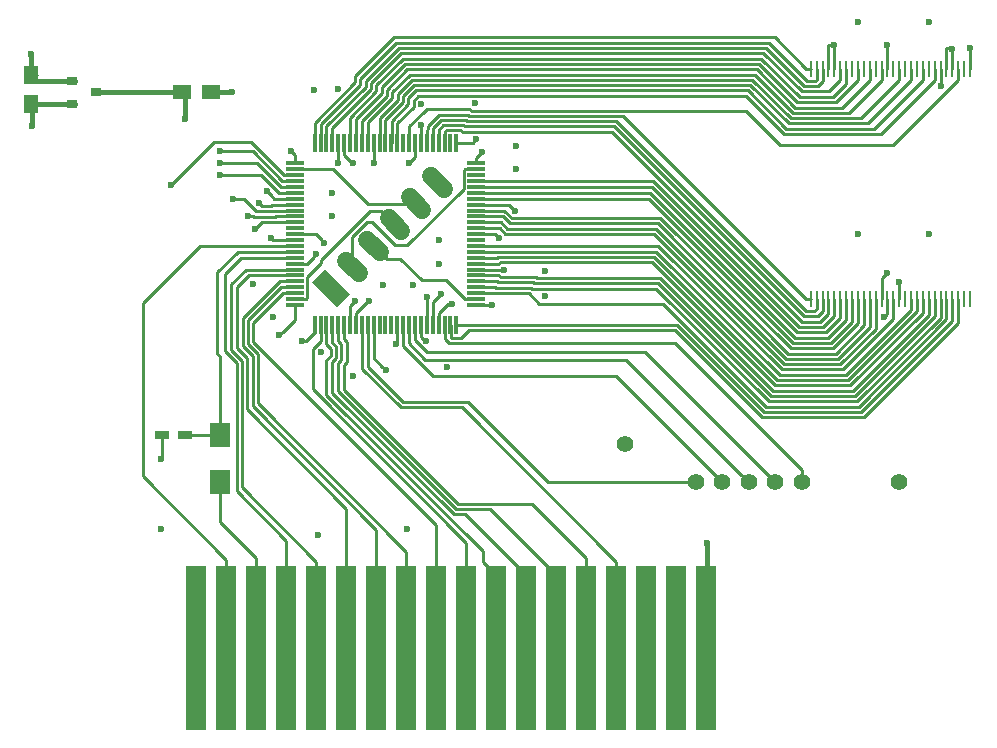
<source format=gtl>
G04 #@! TF.FileFunction,Copper,L1,Top,Signal*
%FSLAX46Y46*%
G04 Gerber Fmt 4.6, Leading zero omitted, Abs format (unit mm)*
G04 Created by KiCad (PCBNEW 4.0.7) date 02/05/19 23:34:14*
%MOMM*%
%LPD*%
G01*
G04 APERTURE LIST*
%ADD10C,0.100000*%
%ADD11C,1.400000*%
%ADD12R,0.269240X1.391920*%
%ADD13R,0.271780X1.391920*%
%ADD14R,1.200000X0.750000*%
%ADD15R,1.250000X1.500000*%
%ADD16R,1.500000X1.250000*%
%ADD17R,1.780000X14.000000*%
%ADD18C,1.510000*%
%ADD19R,1.700000X2.000000*%
%ADD20R,1.500000X0.300000*%
%ADD21R,0.300000X1.500000*%
%ADD22R,0.900000X0.800000*%
%ADD23C,0.600000*%
%ADD24C,0.400000*%
%ADD25C,0.250000*%
G04 APERTURE END LIST*
D10*
D11*
X180500000Y-114000000D03*
X157250000Y-110750000D03*
D12*
X173004080Y-79000000D03*
X173004080Y-98486880D03*
X173504460Y-79000000D03*
X173504460Y-98486880D03*
X174004840Y-79000000D03*
X174004840Y-98486880D03*
D13*
X174505220Y-79000000D03*
X174505220Y-98486880D03*
X175005600Y-79000000D03*
X175005600Y-98486880D03*
D12*
X175503440Y-79000000D03*
X175503440Y-98486880D03*
X176003820Y-79000000D03*
X176003820Y-98486880D03*
X176504200Y-79000000D03*
X176504200Y-98486880D03*
X177004580Y-79000000D03*
X177004580Y-98486880D03*
X177504960Y-79000000D03*
X177504960Y-98486880D03*
D13*
X178005340Y-79000000D03*
X178005340Y-98486880D03*
X178505720Y-79000000D03*
X178505720Y-98486880D03*
D12*
X179003560Y-79000000D03*
X179003560Y-98486880D03*
X179503940Y-79000000D03*
X179503940Y-98486880D03*
X180001780Y-79000000D03*
X180001780Y-98486880D03*
X180502160Y-79000000D03*
X180502160Y-98486880D03*
D13*
X181000000Y-79000000D03*
X181000000Y-98486880D03*
X181500380Y-79000000D03*
X181500380Y-98486880D03*
D12*
X182000760Y-79000000D03*
X182000760Y-98486880D03*
X182501140Y-79000000D03*
X182501140Y-98486880D03*
X183001520Y-79000000D03*
X183001520Y-98486880D03*
X183501900Y-79000000D03*
X183501900Y-98486880D03*
X184002280Y-79000000D03*
X184002280Y-98486880D03*
D13*
X184500120Y-79000000D03*
X184500120Y-98486880D03*
X185000500Y-79000000D03*
X185000500Y-98486880D03*
D12*
X185500880Y-79000000D03*
X185500880Y-98486880D03*
X186001260Y-79000000D03*
X186001260Y-98486880D03*
X186501640Y-79000000D03*
X186501640Y-98486880D03*
D14*
X120000000Y-110000000D03*
X118100000Y-110000000D03*
D15*
X107000000Y-82000000D03*
X107000000Y-79500000D03*
D16*
X119750000Y-81000000D03*
X122250000Y-81000000D03*
D17*
X164180000Y-128000000D03*
X161640000Y-128000000D03*
X159100000Y-128000000D03*
X156560000Y-128000000D03*
X154020000Y-128000000D03*
X151480000Y-128000000D03*
X148940000Y-128000000D03*
X146400000Y-128000000D03*
X143860000Y-128000000D03*
X141320000Y-128000000D03*
X138780000Y-128000000D03*
X136240000Y-128000000D03*
X133700000Y-128000000D03*
X131160000Y-128000000D03*
X128620000Y-128000000D03*
X126080000Y-128000000D03*
X123540000Y-128000000D03*
X121000000Y-128000000D03*
D10*
G36*
X132938228Y-99190163D02*
X130809837Y-97061772D01*
X131877568Y-95994041D01*
X134005959Y-98122432D01*
X132938228Y-99190163D01*
X132938228Y-99190163D01*
G37*
D18*
X133673619Y-95265721D02*
X134734279Y-96326381D01*
X135469670Y-93469670D02*
X136530330Y-94530330D01*
X137265722Y-91673618D02*
X138326382Y-92734278D01*
X139061773Y-89877567D02*
X140122433Y-90938227D01*
X140857824Y-88081516D02*
X141918484Y-89142176D01*
D19*
X123000000Y-114000000D03*
X123000000Y-110000000D03*
D20*
X129300000Y-87000000D03*
X129300000Y-87500000D03*
X129300000Y-88000000D03*
X129300000Y-88500000D03*
X129300000Y-89000000D03*
X129300000Y-89500000D03*
X129300000Y-90000000D03*
X129300000Y-90500000D03*
X129300000Y-91000000D03*
X129300000Y-91500000D03*
X129300000Y-92000000D03*
X129300000Y-92500000D03*
X129300000Y-93000000D03*
X129300000Y-93500000D03*
X129300000Y-94000000D03*
X129300000Y-94500000D03*
X129300000Y-95000000D03*
X129300000Y-95500000D03*
X129300000Y-96000000D03*
X129300000Y-96500000D03*
X129300000Y-97000000D03*
X129300000Y-97500000D03*
X129300000Y-98000000D03*
X129300000Y-98500000D03*
X129300000Y-99000000D03*
D21*
X131000000Y-100700000D03*
X131500000Y-100700000D03*
X132000000Y-100700000D03*
X132500000Y-100700000D03*
X133000000Y-100700000D03*
X133500000Y-100700000D03*
X134000000Y-100700000D03*
X134500000Y-100700000D03*
X135000000Y-100700000D03*
X135500000Y-100700000D03*
X136000000Y-100700000D03*
X136500000Y-100700000D03*
X137000000Y-100700000D03*
X137500000Y-100700000D03*
X138000000Y-100700000D03*
X138500000Y-100700000D03*
X139000000Y-100700000D03*
X139500000Y-100700000D03*
X140000000Y-100700000D03*
X140500000Y-100700000D03*
X141000000Y-100700000D03*
X141500000Y-100700000D03*
X142000000Y-100700000D03*
X142500000Y-100700000D03*
X143000000Y-100700000D03*
D20*
X144700000Y-99000000D03*
X144700000Y-98500000D03*
X144700000Y-98000000D03*
X144700000Y-97500000D03*
X144700000Y-97000000D03*
X144700000Y-96500000D03*
X144700000Y-96000000D03*
X144700000Y-95500000D03*
X144700000Y-95000000D03*
X144700000Y-94500000D03*
X144700000Y-94000000D03*
X144700000Y-93500000D03*
X144700000Y-93000000D03*
X144700000Y-92500000D03*
X144700000Y-92000000D03*
X144700000Y-91500000D03*
X144700000Y-91000000D03*
X144700000Y-90500000D03*
X144700000Y-90000000D03*
X144700000Y-89500000D03*
X144700000Y-89000000D03*
X144700000Y-88500000D03*
X144700000Y-88000000D03*
X144700000Y-87500000D03*
X144700000Y-87000000D03*
D21*
X143000000Y-85300000D03*
X142500000Y-85300000D03*
X142000000Y-85300000D03*
X141500000Y-85300000D03*
X141000000Y-85300000D03*
X140500000Y-85300000D03*
X140000000Y-85300000D03*
X139500000Y-85300000D03*
X139000000Y-85300000D03*
X138500000Y-85300000D03*
X138000000Y-85300000D03*
X137500000Y-85300000D03*
X137000000Y-85300000D03*
X136500000Y-85300000D03*
X136000000Y-85300000D03*
X135500000Y-85300000D03*
X135000000Y-85300000D03*
X134500000Y-85300000D03*
X134000000Y-85300000D03*
X133500000Y-85300000D03*
X133000000Y-85300000D03*
X132500000Y-85300000D03*
X132000000Y-85300000D03*
X131500000Y-85300000D03*
X131000000Y-85300000D03*
D11*
X165500000Y-114000000D03*
X167750000Y-114000000D03*
X170000000Y-114000000D03*
X172250000Y-114000000D03*
X163250000Y-114000000D03*
D22*
X110500000Y-80050000D03*
X110500000Y-81950000D03*
X112500000Y-81000000D03*
D23*
X107031664Y-83816910D03*
X127500000Y-100000000D03*
X131500000Y-103000000D03*
X150500000Y-96099967D03*
X140000000Y-82000000D03*
X128003118Y-101554848D03*
X137874990Y-102289841D03*
X131818934Y-93739173D03*
X135610695Y-98676201D03*
X140542554Y-98335716D03*
X130934292Y-80795340D03*
X136752953Y-97346987D03*
X145163471Y-86059885D03*
X134221457Y-87006163D03*
X148021424Y-85567846D03*
X136000000Y-87000000D03*
X139000000Y-87000000D03*
X146647113Y-93365248D03*
X132500000Y-91500000D03*
X141500000Y-93500000D03*
X177000000Y-93000000D03*
X186504710Y-77250361D03*
X179496256Y-77014121D03*
X183000000Y-75000000D03*
X184984203Y-77283804D03*
X106999406Y-77720173D03*
X125750000Y-97250000D03*
X134250000Y-105000000D03*
X142250000Y-104250000D03*
X150500000Y-98250000D03*
X144549124Y-81911278D03*
X133013069Y-80684095D03*
X129941947Y-102058049D03*
X139344452Y-97266439D03*
X141730825Y-98031133D03*
X131154388Y-94723500D03*
X134449950Y-98645248D03*
X126977540Y-89377295D03*
X144674017Y-84961333D03*
X139975553Y-83778773D03*
X148033637Y-87473014D03*
X164248305Y-119141288D03*
X133000000Y-87000000D03*
X148000000Y-91000000D03*
X147000000Y-96000000D03*
X146000000Y-99000000D03*
X129000000Y-86000000D03*
X132500000Y-89500000D03*
X141500000Y-95500000D03*
X118000000Y-112000000D03*
X118000000Y-118000000D03*
X180506838Y-97044952D03*
X175000000Y-77000000D03*
X177000000Y-75000000D03*
X183000000Y-93000000D03*
X124000000Y-81000000D03*
X120000000Y-83250000D03*
X127283939Y-93334940D03*
X125916453Y-92603865D03*
X125396021Y-91468777D03*
X124075021Y-90000000D03*
X126300962Y-90389056D03*
X123000000Y-88000000D03*
X123000000Y-87000000D03*
X123000000Y-86000000D03*
X118836032Y-88856032D03*
X179500000Y-96250000D03*
X184000000Y-80500000D03*
X138802906Y-118003653D03*
X140396325Y-102012426D03*
X137038711Y-104540107D03*
X131250000Y-118500000D03*
X179250000Y-100000000D03*
X142614179Y-98901302D03*
D24*
X107031664Y-83816910D02*
X107031664Y-82031664D01*
D25*
X107031664Y-82031664D02*
X107000000Y-82000000D01*
D24*
X110750000Y-81950000D02*
X107050000Y-81950000D01*
D25*
X107050000Y-81950000D02*
X107000000Y-82000000D01*
X129300000Y-99000000D02*
X129300000Y-100257966D01*
X129300000Y-100257966D02*
X128303117Y-101254849D01*
X128303117Y-101254849D02*
X128003118Y-101554848D01*
X138000000Y-102164831D02*
X137874990Y-102289841D01*
X138000000Y-100700000D02*
X138000000Y-102164831D01*
X131518935Y-93439174D02*
X131818934Y-93739173D01*
X131079761Y-93000000D02*
X131518935Y-93439174D01*
X129300000Y-93000000D02*
X131079761Y-93000000D01*
X135523799Y-98676201D02*
X135610695Y-98676201D01*
X134500000Y-100700000D02*
X134500000Y-99700000D01*
X134500000Y-99700000D02*
X135523799Y-98676201D01*
X140500000Y-100700000D02*
X140500000Y-98378270D01*
X140500000Y-98378270D02*
X140542554Y-98335716D01*
X144863472Y-86359884D02*
X145163471Y-86059885D01*
X144700000Y-87000000D02*
X144700000Y-86523356D01*
X144700000Y-86523356D02*
X144863472Y-86359884D01*
X134206163Y-87006163D02*
X134221457Y-87006163D01*
X133500000Y-86300000D02*
X134206163Y-87006163D01*
X133500000Y-85300000D02*
X133500000Y-86300000D01*
X136000000Y-85300000D02*
X136000000Y-87000000D01*
X139500000Y-85300000D02*
X139500000Y-86500000D01*
X139500000Y-86500000D02*
X139000000Y-87000000D01*
X144700000Y-93000000D02*
X146281865Y-93000000D01*
X146281865Y-93000000D02*
X146647113Y-93365248D01*
X186501640Y-77253431D02*
X186504710Y-77250361D01*
X186501640Y-79000000D02*
X186501640Y-77253431D01*
X179503940Y-77021805D02*
X179496256Y-77014121D01*
X179503940Y-79000000D02*
X179503940Y-77021805D01*
D24*
X107000000Y-82000000D02*
X107000000Y-82125000D01*
D25*
X107270000Y-82270000D02*
X107000000Y-82000000D01*
D24*
X141388154Y-88611846D02*
X141388154Y-89357394D01*
X141388154Y-88611846D02*
X140863808Y-88611846D01*
X141388154Y-88611846D02*
X140826941Y-88611846D01*
D25*
X184500120Y-79000000D02*
X184500120Y-77250120D01*
X184500120Y-77250120D02*
X184500357Y-77249883D01*
X184500357Y-77249883D02*
X184950282Y-77249883D01*
X184950282Y-77249883D02*
X184984203Y-77283804D01*
X185000500Y-79000000D02*
X185000500Y-77300101D01*
X185000500Y-77300101D02*
X184984203Y-77283804D01*
D24*
X106999406Y-77720173D02*
X106999406Y-79499406D01*
D25*
X106999406Y-79499406D02*
X107000000Y-79500000D01*
D24*
X107273598Y-79155649D02*
X107354243Y-79075004D01*
X110750000Y-80050000D02*
X107550000Y-80050000D01*
D25*
X107550000Y-80050000D02*
X107000000Y-79500000D01*
D24*
X122250000Y-81000000D02*
X124000000Y-81000000D01*
D25*
X130241951Y-102058049D02*
X129941947Y-102058049D01*
X131000000Y-101300000D02*
X130241951Y-102058049D01*
X131000000Y-100700000D02*
X131000000Y-101300000D01*
X174500000Y-77000000D02*
X174505220Y-77005220D01*
X174505220Y-77005220D02*
X174505220Y-79000000D01*
X175000000Y-77000000D02*
X174500000Y-77000000D01*
X141430826Y-98331132D02*
X141730825Y-98031133D01*
X141000000Y-98761958D02*
X141430826Y-98331132D01*
X141000000Y-100700000D02*
X141000000Y-98761958D01*
X130854389Y-95023499D02*
X131154388Y-94723500D01*
X130377888Y-95500000D02*
X130854389Y-95023499D01*
X129300000Y-95500000D02*
X130377888Y-95500000D01*
X134149951Y-98945247D02*
X134449950Y-98645248D01*
X134000000Y-99095198D02*
X134149951Y-98945247D01*
X134000000Y-100700000D02*
X134000000Y-99095198D01*
X127277539Y-89677294D02*
X126977540Y-89377295D01*
X129300000Y-90000000D02*
X127600245Y-90000000D01*
X127600245Y-90000000D02*
X127277539Y-89677294D01*
X144335350Y-85300000D02*
X144374018Y-85261332D01*
X144374018Y-85261332D02*
X144674017Y-84961333D01*
X143000000Y-85300000D02*
X144335350Y-85300000D01*
X140000000Y-83803220D02*
X139975553Y-83778773D01*
X140000000Y-85300000D02*
X140000000Y-83803220D01*
D24*
X164248305Y-119141288D02*
X164248305Y-127931695D01*
D25*
X164248305Y-127931695D02*
X164180000Y-128000000D01*
X133000000Y-85300000D02*
X133000000Y-87000000D01*
X147500000Y-90500000D02*
X148000000Y-91000000D01*
X144700000Y-90500000D02*
X147500000Y-90500000D01*
X144700000Y-96000000D02*
X147000000Y-96000000D01*
X144700000Y-99000000D02*
X146000000Y-99000000D01*
X129300000Y-87000000D02*
X129300000Y-86300000D01*
X129300000Y-86300000D02*
X129000000Y-86000000D01*
X118100000Y-110000000D02*
X118100000Y-111900000D01*
X118100000Y-111900000D02*
X118000000Y-112000000D01*
X180502160Y-97049630D02*
X180506838Y-97044952D01*
X180502160Y-98486880D02*
X180502160Y-97049630D01*
X175005600Y-79000000D02*
X175005600Y-77005600D01*
X175005600Y-77005600D02*
X175000000Y-77000000D01*
X107000000Y-79500000D02*
X107500000Y-79500000D01*
X107230000Y-79730000D02*
X107000000Y-79500000D01*
X123000000Y-110000000D02*
X123000000Y-103334859D01*
X123000000Y-103334859D02*
X122773139Y-103107998D01*
X122773139Y-96220465D02*
X124493604Y-94500000D01*
X122773139Y-103107998D02*
X122773139Y-96220465D01*
X124493604Y-94500000D02*
X128300000Y-94500000D01*
X128300000Y-94500000D02*
X129300000Y-94500000D01*
X123000000Y-110000000D02*
X120000000Y-110000000D01*
D24*
X119750000Y-81000000D02*
X112750000Y-81000000D01*
X120000000Y-83250000D02*
X120000000Y-81250000D01*
D25*
X120000000Y-81250000D02*
X119750000Y-81000000D01*
X127448999Y-93500000D02*
X127283939Y-93334940D01*
X129300000Y-93500000D02*
X127448999Y-93500000D01*
X126216452Y-92303866D02*
X125916453Y-92603865D01*
X129300000Y-92000000D02*
X126520318Y-92000000D01*
X126520318Y-92000000D02*
X126216452Y-92303866D01*
X125820285Y-91468777D02*
X125396021Y-91468777D01*
X127697826Y-91500000D02*
X127672802Y-91525024D01*
X127672802Y-91525024D02*
X125876532Y-91525024D01*
X129300000Y-91500000D02*
X127697826Y-91500000D01*
X125876532Y-91525024D02*
X125820285Y-91468777D01*
X124986902Y-90000000D02*
X126061915Y-91075013D01*
X128300000Y-91000000D02*
X129300000Y-91000000D01*
X124075021Y-90000000D02*
X124986902Y-90000000D01*
X126061915Y-91075013D02*
X127486402Y-91075013D01*
X127561415Y-91000000D02*
X128300000Y-91000000D01*
X127486402Y-91075013D02*
X127561415Y-91000000D01*
X129300000Y-90500000D02*
X127425004Y-90500000D01*
X127425004Y-90500000D02*
X127300002Y-90625002D01*
X126536908Y-90625002D02*
X126300962Y-90389056D01*
X127300002Y-90625002D02*
X126536908Y-90625002D01*
X126492619Y-88000000D02*
X127992619Y-89500000D01*
X123000000Y-88000000D02*
X126492619Y-88000000D01*
X127992619Y-89500000D02*
X128300000Y-89500000D01*
X128300000Y-89500000D02*
X129300000Y-89500000D01*
X128300000Y-89000000D02*
X129300000Y-89000000D01*
X123000000Y-87000000D02*
X126129030Y-87000000D01*
X128129030Y-89000000D02*
X128300000Y-89000000D01*
X126129030Y-87000000D02*
X128129030Y-89000000D01*
X125765441Y-86000000D02*
X128265441Y-88500000D01*
X128300000Y-88500000D02*
X129300000Y-88500000D01*
X128265441Y-88500000D02*
X128300000Y-88500000D01*
X123000000Y-86000000D02*
X125765441Y-86000000D01*
X119136031Y-88556033D02*
X118836032Y-88856032D01*
X122514681Y-85177383D02*
X119136031Y-88556033D01*
X125579234Y-85177383D02*
X122514681Y-85177383D01*
X128401851Y-88000000D02*
X125579234Y-85177383D01*
X129300000Y-88000000D02*
X128401851Y-88000000D01*
X156560000Y-120750000D02*
X156560000Y-128000000D01*
X138288588Y-107674999D02*
X143484999Y-107674999D01*
X135000000Y-100700000D02*
X135000000Y-104386411D01*
X143484999Y-107674999D02*
X156560000Y-120750000D01*
X135000000Y-104386411D02*
X138288588Y-107674999D01*
X133500000Y-104084235D02*
X133500000Y-106170932D01*
X154020000Y-120449957D02*
X154020000Y-120750000D01*
X143154071Y-115825003D02*
X149395046Y-115825003D01*
X133500000Y-106170932D02*
X143154071Y-115825003D01*
X133725034Y-102140799D02*
X133725034Y-103859201D01*
X133725034Y-103859201D02*
X133500000Y-104084235D01*
X133500000Y-101915765D02*
X133725034Y-102140799D01*
X133500000Y-100700000D02*
X133500000Y-101915765D01*
X149395046Y-115825003D02*
X154020000Y-120449957D01*
X154020000Y-120750000D02*
X154020000Y-128000000D01*
X133000000Y-106307342D02*
X142967672Y-116275014D01*
X133000000Y-102052177D02*
X133275023Y-102327199D01*
X133275023Y-102327199D02*
X133275023Y-103672801D01*
X133000000Y-103947823D02*
X133000000Y-106307342D01*
X142967672Y-116275014D02*
X145865014Y-116275014D01*
X145865014Y-116275014D02*
X151480000Y-121890000D01*
X151480000Y-121890000D02*
X151480000Y-128000000D01*
X133275023Y-103672801D02*
X133000000Y-103947823D01*
X133000000Y-100700000D02*
X133000000Y-102052177D01*
X132500000Y-100700000D02*
X132500000Y-102188587D01*
X132825012Y-103486401D02*
X132500000Y-103811413D01*
X132500000Y-102188587D02*
X132825012Y-102513599D01*
X132825012Y-102513599D02*
X132825012Y-103486401D01*
X132500000Y-103811413D02*
X132500000Y-106443752D01*
X132500000Y-106443752D02*
X142781273Y-116725025D01*
X148940000Y-121890000D02*
X148940000Y-128000000D01*
X143775025Y-116725025D02*
X148940000Y-121890000D01*
X142781273Y-116725025D02*
X143775025Y-116725025D01*
X132000000Y-100700000D02*
X132000000Y-102324998D01*
X146400000Y-121890000D02*
X146400000Y-128000000D01*
X145260000Y-120750000D02*
X146400000Y-121890000D01*
X132000000Y-102324998D02*
X132375001Y-102699999D01*
X132000000Y-103675002D02*
X132000000Y-106580162D01*
X132000000Y-106580162D02*
X145260000Y-119840162D01*
X132375001Y-103300001D02*
X132000000Y-103675002D01*
X145260000Y-119840162D02*
X145260000Y-120750000D01*
X132375001Y-102699999D02*
X132375001Y-103300001D01*
X130874999Y-106128569D02*
X143860000Y-119113570D01*
X131500000Y-102074998D02*
X130874999Y-102699999D01*
X143860000Y-119113570D02*
X143860000Y-120750000D01*
X130874999Y-102699999D02*
X130874999Y-106128569D01*
X143860000Y-120750000D02*
X143860000Y-128000000D01*
X131500000Y-100700000D02*
X131500000Y-102074998D01*
X141320000Y-120750000D02*
X141320000Y-128000000D01*
X141320000Y-117628902D02*
X141320000Y-120750000D01*
X128314998Y-98000000D02*
X125817723Y-100497275D01*
X129300000Y-98000000D02*
X128314998Y-98000000D01*
X125817723Y-102126625D02*
X141320000Y-117628902D01*
X125817723Y-100497275D02*
X125817723Y-102126625D01*
X129300000Y-97500000D02*
X128178588Y-97500000D01*
X126199526Y-103144839D02*
X126199526Y-107321179D01*
X128178588Y-97500000D02*
X125367712Y-100310876D01*
X125367712Y-100310876D02*
X125367712Y-102313025D01*
X125367712Y-102313025D02*
X126199526Y-103144839D01*
X126199526Y-107321179D02*
X138780000Y-119901653D01*
X138780000Y-119901653D02*
X138780000Y-128000000D01*
X129300000Y-97000000D02*
X128042178Y-97000000D01*
X128042178Y-97000000D02*
X124917701Y-100124477D01*
X124917701Y-100124477D02*
X124917701Y-102499425D01*
X124917701Y-102499425D02*
X125749515Y-103331239D01*
X125749515Y-103331239D02*
X125749515Y-107584654D01*
X125749515Y-107584654D02*
X136240000Y-118075139D01*
X136240000Y-118075139D02*
X136240000Y-120750000D01*
X136240000Y-120750000D02*
X136240000Y-128000000D01*
X133700000Y-128000000D02*
X133700000Y-116248625D01*
X133700000Y-116248625D02*
X125299504Y-107848129D01*
X125299504Y-107848129D02*
X125299504Y-103517639D01*
X125299504Y-103517639D02*
X124440359Y-102658494D01*
X124440359Y-102658494D02*
X124440359Y-97477713D01*
X124440359Y-97477713D02*
X125418072Y-96500000D01*
X125418072Y-96500000D02*
X129300000Y-96500000D01*
X131160000Y-128000000D02*
X131160000Y-120750000D01*
X125180122Y-96000000D02*
X129300000Y-96000000D01*
X131160000Y-120750000D02*
X124849493Y-114439493D01*
X124849493Y-114439493D02*
X124849493Y-103704039D01*
X123948392Y-102802938D02*
X123948392Y-97231730D01*
X124849493Y-103704039D02*
X123948392Y-102802938D01*
X123948392Y-97231730D02*
X125180122Y-96000000D01*
X128620000Y-128000000D02*
X128620000Y-118960640D01*
X128620000Y-118960640D02*
X124399482Y-114740122D01*
X124399482Y-114740122D02*
X124399482Y-103890439D01*
X123401763Y-96348237D02*
X124750000Y-95000000D01*
X124399482Y-103890439D02*
X123401763Y-102892720D01*
X123401763Y-102892720D02*
X123401763Y-96348237D01*
X124750000Y-95000000D02*
X129300000Y-95000000D01*
X123000000Y-114000000D02*
X123000000Y-117348825D01*
X123000000Y-117348825D02*
X126080000Y-120428825D01*
X126080000Y-120428825D02*
X126080000Y-128000000D01*
X129300000Y-94000000D02*
X121272302Y-94000000D01*
X116476654Y-98795648D02*
X116476654Y-113502410D01*
X121272302Y-94000000D02*
X116476654Y-98795648D01*
X116476654Y-113502410D02*
X123540000Y-120565756D01*
X123540000Y-120565756D02*
X123540000Y-120750000D01*
X123540000Y-120750000D02*
X123540000Y-128000000D01*
X134203949Y-95796051D02*
X134203949Y-93208023D01*
X134203949Y-93208023D02*
X135411972Y-92000000D01*
X135411972Y-92000000D02*
X135821481Y-92000000D01*
X135821481Y-92000000D02*
X137783244Y-93961763D01*
X137783244Y-93961763D02*
X138857954Y-93961763D01*
X143624999Y-89194718D02*
X143624999Y-87575001D01*
X138857954Y-93961763D02*
X143624999Y-89194718D01*
X143624999Y-87575001D02*
X143700000Y-87500000D01*
X143700000Y-87500000D02*
X144700000Y-87500000D01*
X136000000Y-94000000D02*
X137104199Y-95104199D01*
X137104199Y-95104199D02*
X138271362Y-95104199D01*
X138271362Y-95104199D02*
X140062045Y-96894882D01*
X140062045Y-96894882D02*
X142094882Y-96894882D01*
X142094882Y-96894882D02*
X143700000Y-98500000D01*
X143700000Y-98500000D02*
X144700000Y-98500000D01*
X130300000Y-98500000D02*
X129300000Y-98500000D01*
X131572557Y-95441976D02*
X130375001Y-96639532D01*
X130375001Y-98424999D02*
X130300000Y-98500000D01*
X135706519Y-91069042D02*
X131572557Y-95203004D01*
X136661146Y-91069042D02*
X135706519Y-91069042D01*
X137796052Y-92203948D02*
X136661146Y-91069042D01*
X130375001Y-96639532D02*
X130375001Y-98424999D01*
X131572557Y-95203004D02*
X131572557Y-95441976D01*
X132574996Y-87500000D02*
X129300000Y-87500000D01*
X135482893Y-90407897D02*
X132574996Y-87500000D01*
X139592103Y-90407897D02*
X135482893Y-90407897D01*
X138500000Y-100700000D02*
X138500000Y-102500000D01*
X138500000Y-102500000D02*
X141000000Y-105000000D01*
X156500000Y-105000000D02*
X165500000Y-114000000D01*
X141000000Y-105000000D02*
X156500000Y-105000000D01*
X167050001Y-113300001D02*
X167750000Y-114000000D01*
X157374999Y-103624999D02*
X167050001Y-113300001D01*
X140374999Y-103624999D02*
X157374999Y-103624999D01*
X139000000Y-102250000D02*
X140374999Y-103624999D01*
X139000000Y-100700000D02*
X139000000Y-102250000D01*
X140500000Y-103000000D02*
X159000000Y-103000000D01*
X159000000Y-103000000D02*
X170000000Y-114000000D01*
X139500000Y-102000000D02*
X140500000Y-103000000D01*
X139500000Y-100700000D02*
X139500000Y-102000000D01*
X179500000Y-96250000D02*
X179003560Y-96746440D01*
X179003560Y-96746440D02*
X179003560Y-98486880D01*
X161475012Y-102225012D02*
X172250000Y-113000000D01*
X172250000Y-113000000D02*
X172250000Y-114000000D01*
X142074990Y-101896402D02*
X142403599Y-102225012D01*
X142403599Y-102225012D02*
X161475012Y-102225012D01*
X142000000Y-100700000D02*
X142000000Y-101500000D01*
X142000000Y-101500000D02*
X142024999Y-101524999D01*
X142024999Y-101524999D02*
X142024999Y-101710001D01*
X142024999Y-101710001D02*
X142074989Y-101759991D01*
X142074989Y-101759991D02*
X142074990Y-101896402D01*
X184000000Y-80500000D02*
X184000000Y-79002280D01*
X184000000Y-79002280D02*
X184002280Y-79000000D01*
X135500000Y-100700000D02*
X135500000Y-104250000D01*
X135500000Y-104250000D02*
X138474988Y-107224988D01*
X143974988Y-107224988D02*
X150750000Y-114000000D01*
X138474988Y-107224988D02*
X143974988Y-107224988D01*
X150750000Y-114000000D02*
X163250000Y-114000000D01*
X172619460Y-79000000D02*
X173004080Y-79000000D01*
X134424878Y-80156184D02*
X134424878Y-79649599D01*
X169955616Y-76336156D02*
X172619460Y-79000000D01*
X137738321Y-76336156D02*
X169955616Y-76336156D01*
X131000000Y-83581062D02*
X134424878Y-80156184D01*
X134424878Y-79649599D02*
X137738321Y-76336156D01*
X131000000Y-85300000D02*
X131000000Y-83581062D01*
X140599979Y-83805787D02*
X140599982Y-83805783D01*
X141530800Y-82874966D02*
X143969201Y-82874966D01*
X140599982Y-83805783D02*
X141530800Y-82874966D01*
X172619460Y-98486880D02*
X173004080Y-98486880D01*
X157118879Y-82986299D02*
X172619460Y-98486880D01*
X144080534Y-82986299D02*
X157118879Y-82986299D01*
X140500000Y-84178587D02*
X140599979Y-84078608D01*
X140500000Y-85300000D02*
X140500000Y-84178587D01*
X140599979Y-84078608D02*
X140599979Y-83805787D01*
X143969201Y-82874966D02*
X144080534Y-82986299D01*
X134874889Y-79835999D02*
X137924721Y-76786167D01*
X131500000Y-83717473D02*
X134874889Y-80342584D01*
X173398702Y-80020961D02*
X173504460Y-79915203D01*
X131500000Y-85300000D02*
X131500000Y-83717473D01*
X172722395Y-80020961D02*
X173398702Y-80020961D01*
X169487601Y-76786167D02*
X172722395Y-80020961D01*
X134874889Y-80342584D02*
X134874889Y-79835999D01*
X137924721Y-76786167D02*
X169487601Y-76786167D01*
X173504460Y-79915203D02*
X173504460Y-79000000D01*
X156537928Y-83436310D02*
X172609459Y-99507841D01*
X172609459Y-99507841D02*
X173319410Y-99507841D01*
X141049991Y-83992185D02*
X141717200Y-83324977D01*
X173504460Y-99322791D02*
X173504460Y-98486880D01*
X141717200Y-83324977D02*
X143782801Y-83324977D01*
X173319410Y-99507841D02*
X173504460Y-99322791D01*
X143782801Y-83324977D02*
X143894134Y-83436310D01*
X141000000Y-85300000D02*
X141000000Y-84300000D01*
X141000000Y-84300000D02*
X141049991Y-84250009D01*
X141049991Y-84250009D02*
X141049991Y-83992185D01*
X143894134Y-83436310D02*
X156537928Y-83436310D01*
X174004840Y-79945960D02*
X174004840Y-79000000D01*
X173585101Y-80470972D02*
X174004840Y-80051233D01*
X174004840Y-80051233D02*
X174004840Y-79945960D01*
X172423059Y-80470972D02*
X173585101Y-80470972D01*
X169188265Y-77236178D02*
X172423059Y-80470972D01*
X138111121Y-77236178D02*
X169188265Y-77236178D01*
X132000000Y-83853884D02*
X135324900Y-80528984D01*
X135324900Y-80528984D02*
X135324900Y-80022399D01*
X135324900Y-80022399D02*
X138111121Y-77236178D01*
X132000000Y-85300000D02*
X132000000Y-83853884D01*
X173585101Y-99957852D02*
X174004840Y-99538113D01*
X141903600Y-83774988D02*
X143596401Y-83774988D01*
X172423059Y-99957852D02*
X173585101Y-99957852D01*
X143707734Y-83886321D02*
X156351528Y-83886321D01*
X141500001Y-84178586D02*
X141903600Y-83774988D01*
X141500000Y-85300000D02*
X141500001Y-84178586D01*
X143596401Y-83774988D02*
X143707734Y-83886321D01*
X174004840Y-99538113D02*
X174004840Y-99432840D01*
X174004840Y-99432840D02*
X174004840Y-98486880D01*
X156351528Y-83886321D02*
X172423059Y-99957852D01*
X142000000Y-85300000D02*
X142000000Y-84314998D01*
X142090000Y-84224999D02*
X143410001Y-84224999D01*
X174464461Y-99752013D02*
X174464461Y-98486880D01*
X173808611Y-100407863D02*
X174464461Y-99752013D01*
X172236659Y-100407863D02*
X173808611Y-100407863D01*
X156165128Y-84336332D02*
X172236659Y-100407863D01*
X143521334Y-84336332D02*
X156165128Y-84336332D01*
X143410001Y-84224999D02*
X143521334Y-84336332D01*
X142000000Y-84314998D02*
X142090000Y-84224999D01*
X144700000Y-88500000D02*
X159692385Y-88500000D01*
X174064319Y-100857874D02*
X175005600Y-99916593D01*
X175005600Y-99432840D02*
X175005600Y-98486880D01*
X159692385Y-88500000D02*
X172050259Y-100857874D01*
X172050259Y-100857874D02*
X174064319Y-100857874D01*
X175005600Y-99916593D02*
X175005600Y-99432840D01*
X174528417Y-80920983D02*
X175503440Y-79945960D01*
X132500000Y-85300000D02*
X132500000Y-83990295D01*
X135774911Y-80208799D02*
X138297521Y-77686189D01*
X172236659Y-80920983D02*
X174528417Y-80920983D01*
X132500000Y-83990295D02*
X135774911Y-80715384D01*
X135774911Y-80715384D02*
X135774911Y-80208799D01*
X138297521Y-77686189D02*
X169001865Y-77686189D01*
X169001865Y-77686189D02*
X172236659Y-80920983D01*
X175503440Y-79945960D02*
X175503440Y-79000000D01*
X174275940Y-101307885D02*
X175503440Y-100080385D01*
X159555974Y-89000000D02*
X171863859Y-101307885D01*
X175503440Y-100080385D02*
X175503440Y-99432840D01*
X144700000Y-89000000D02*
X159555974Y-89000000D01*
X171863859Y-101307885D02*
X174275940Y-101307885D01*
X175503440Y-99432840D02*
X175503440Y-98486880D01*
X134000000Y-83126706D02*
X136224922Y-80901784D01*
X176003820Y-79945960D02*
X176003820Y-79000000D01*
X168815465Y-78136200D02*
X172059582Y-81380317D01*
X176003820Y-80269002D02*
X176003820Y-79945960D01*
X138483921Y-78136200D02*
X168815465Y-78136200D01*
X172059582Y-81380317D02*
X174892505Y-81380317D01*
X174892505Y-81380317D02*
X176003820Y-80269002D01*
X134000000Y-85300000D02*
X134000000Y-83126706D01*
X136224922Y-80901784D02*
X136224922Y-80395199D01*
X136224922Y-80395199D02*
X138483921Y-78136200D01*
X174487562Y-101757896D02*
X176003820Y-100241638D01*
X159419561Y-89500000D02*
X171677457Y-101757896D01*
X176003820Y-99432840D02*
X176003820Y-98486880D01*
X176003820Y-100241638D02*
X176003820Y-99432840D01*
X144700000Y-89500000D02*
X159419561Y-89500000D01*
X171677457Y-101757896D02*
X174487562Y-101757896D01*
X171491058Y-102207907D02*
X174699184Y-102207907D01*
X159283151Y-90000000D02*
X171491058Y-102207907D01*
X176504200Y-99432840D02*
X176504200Y-98486880D01*
X144700000Y-90000000D02*
X159283151Y-90000000D01*
X174699184Y-102207907D02*
X176504200Y-100402891D01*
X176504200Y-100402891D02*
X176504200Y-99432840D01*
X171873182Y-81830328D02*
X175120212Y-81830328D01*
X168629065Y-78586211D02*
X171873182Y-81830328D01*
X136674933Y-80581599D02*
X138670321Y-78586211D01*
X175120212Y-81830328D02*
X177004580Y-79945960D01*
X138670321Y-78586211D02*
X168629065Y-78586211D01*
X177004580Y-79945960D02*
X177004580Y-79000000D01*
X134524999Y-84289999D02*
X134524999Y-83238118D01*
X136674933Y-81088184D02*
X136674933Y-80581599D01*
X134524999Y-83238118D02*
X136674933Y-81088184D01*
X134524999Y-85275001D02*
X134524999Y-84289999D01*
X134500000Y-85300000D02*
X134524999Y-85275001D01*
X134524999Y-84289999D02*
X134500000Y-85300000D01*
X177004580Y-99432840D02*
X177004580Y-98486880D01*
X171304658Y-102657918D02*
X174910805Y-102657918D01*
X147699998Y-91625002D02*
X160271743Y-91625002D01*
X147074996Y-91000000D02*
X147699998Y-91625002D01*
X160271743Y-91625002D02*
X171304658Y-102657918D01*
X144700000Y-91000000D02*
X147074996Y-91000000D01*
X177004580Y-100564143D02*
X177004580Y-99432840D01*
X174910805Y-102657918D02*
X177004580Y-100564143D01*
X146938585Y-91500000D02*
X147513598Y-92075013D01*
X177504960Y-99432840D02*
X177504960Y-98486880D01*
X171118258Y-103107929D02*
X175122430Y-103107929D01*
X144700000Y-91500000D02*
X146938585Y-91500000D01*
X175122430Y-103107929D02*
X177504960Y-100725399D01*
X177504960Y-100725399D02*
X177504960Y-99432840D01*
X147513598Y-92075013D02*
X160085343Y-92075013D01*
X160085343Y-92075013D02*
X171118258Y-103107929D01*
X137124944Y-81274584D02*
X137124944Y-80767999D01*
X168442665Y-79036222D02*
X171686782Y-82280339D01*
X135000000Y-83399528D02*
X137124944Y-81274584D01*
X175670961Y-82280339D02*
X178005340Y-79945960D01*
X171686782Y-82280339D02*
X175670961Y-82280339D01*
X138856721Y-79036222D02*
X168442665Y-79036222D01*
X137124944Y-80767999D02*
X138856721Y-79036222D01*
X135000000Y-85300000D02*
X135000000Y-83399528D01*
X178005340Y-79945960D02*
X178005340Y-79000000D01*
X147327198Y-92525024D02*
X146802174Y-92000000D01*
X178005340Y-100861447D02*
X175308847Y-103557940D01*
X170931858Y-103557940D02*
X159898943Y-92525024D01*
X145700000Y-92000000D02*
X144700000Y-92000000D01*
X178005340Y-98486880D02*
X178005340Y-100861447D01*
X146802174Y-92000000D02*
X145700000Y-92000000D01*
X175308847Y-103557940D02*
X170931858Y-103557940D01*
X159898943Y-92525024D02*
X147327198Y-92525024D01*
X170745459Y-104007951D02*
X175520480Y-104007951D01*
X159712543Y-92975035D02*
X170745459Y-104007951D01*
X144700000Y-92500000D02*
X146665763Y-92500000D01*
X146665763Y-92500000D02*
X147140798Y-92975035D01*
X175520480Y-104007951D02*
X178505720Y-101022711D01*
X178505720Y-101022711D02*
X178505720Y-99432840D01*
X147140798Y-92975035D02*
X159712543Y-92975035D01*
X178505720Y-99432840D02*
X178505720Y-98486880D01*
X135524999Y-83510940D02*
X137574955Y-81460984D01*
X137574955Y-80954399D02*
X139043121Y-79486233D01*
X171500382Y-82730350D02*
X176219170Y-82730350D01*
X168256265Y-79486233D02*
X171500382Y-82730350D01*
X139043121Y-79486233D02*
X168256265Y-79486233D01*
X135524999Y-84289999D02*
X135524999Y-83510940D01*
X176219170Y-82730350D02*
X179003560Y-79945960D01*
X137574955Y-81460984D02*
X137574955Y-80954399D01*
X179003560Y-79945960D02*
X179003560Y-79000000D01*
X135500000Y-85300000D02*
X135524999Y-85275001D01*
X135524999Y-84289999D02*
X135500000Y-85300000D01*
X135524999Y-85275001D02*
X135524999Y-84289999D01*
X175757300Y-104457962D02*
X180001780Y-100213482D01*
X144700000Y-94000000D02*
X160101098Y-94000000D01*
X180001780Y-99432840D02*
X180001780Y-98486880D01*
X170559060Y-104457962D02*
X175757300Y-104457962D01*
X180001780Y-100213482D02*
X180001780Y-99432840D01*
X160101098Y-94000000D02*
X170559060Y-104457962D01*
X138024966Y-81647384D02*
X138024966Y-81140799D01*
X177267759Y-83180361D02*
X180502160Y-79945960D01*
X136500000Y-83172350D02*
X138024966Y-81647384D01*
X180502160Y-79945960D02*
X180502160Y-79000000D01*
X171313982Y-83180361D02*
X177267759Y-83180361D01*
X168069865Y-79936244D02*
X171313982Y-83180361D01*
X136500000Y-85300000D02*
X136500000Y-83172350D01*
X139229521Y-79936244D02*
X168069865Y-79936244D01*
X138024966Y-81140799D02*
X139229521Y-79936244D01*
X139415921Y-80386255D02*
X167883465Y-80386255D01*
X177815968Y-83630372D02*
X181500380Y-79945960D01*
X167883465Y-80386255D02*
X171127582Y-83630372D01*
X181500380Y-79945960D02*
X181500380Y-79000000D01*
X138474977Y-81833784D02*
X138474977Y-81327199D01*
X137000000Y-83308761D02*
X138474977Y-81833784D01*
X171127582Y-83630372D02*
X177815968Y-83630372D01*
X138474977Y-81327199D02*
X139415921Y-80386255D01*
X137000000Y-85300000D02*
X137000000Y-83308761D01*
X181500380Y-99403338D02*
X181500380Y-98486880D01*
X159939664Y-94474976D02*
X170372660Y-104907973D01*
X146302174Y-94500000D02*
X146327198Y-94474976D01*
X144700000Y-94500000D02*
X146302174Y-94500000D01*
X175995745Y-104907973D02*
X181500380Y-99403338D01*
X170372660Y-104907973D02*
X175995745Y-104907973D01*
X146327198Y-94474976D02*
X159939664Y-94474976D01*
X146438585Y-95000000D02*
X146513598Y-94924987D01*
X176182144Y-105357984D02*
X182000760Y-99539368D01*
X182000760Y-99432840D02*
X182000760Y-98486880D01*
X170186261Y-105357984D02*
X176182144Y-105357984D01*
X144700000Y-95000000D02*
X146438585Y-95000000D01*
X146513598Y-94924987D02*
X159753264Y-94924987D01*
X159753264Y-94924987D02*
X170186261Y-105357984D01*
X182000760Y-99539368D02*
X182000760Y-99432840D01*
X138924988Y-81513599D02*
X139602321Y-80836266D01*
X182501140Y-79945960D02*
X182501140Y-79000000D01*
X178366717Y-84080383D02*
X182501140Y-79945960D01*
X170941182Y-84080383D02*
X178366717Y-84080383D01*
X167697065Y-80836266D02*
X170941182Y-84080383D01*
X137524999Y-83420173D02*
X138924988Y-82020184D01*
X139602321Y-80836266D02*
X167697065Y-80836266D01*
X137524999Y-84289999D02*
X137524999Y-83420173D01*
X138924988Y-82020184D02*
X138924988Y-81513599D01*
X137524999Y-85275001D02*
X137524999Y-84289999D01*
X137524999Y-84289999D02*
X137500000Y-85300000D01*
X137500000Y-85300000D02*
X137524999Y-85275001D01*
X176368543Y-105807995D02*
X182501140Y-99675398D01*
X182501140Y-99432840D02*
X182501140Y-98486880D01*
X169999861Y-105807995D02*
X176368543Y-105807995D01*
X182501140Y-99675398D02*
X182501140Y-99432840D01*
X146699998Y-95374998D02*
X159566864Y-95374998D01*
X144700000Y-95500000D02*
X146574996Y-95500000D01*
X159566864Y-95374998D02*
X169999861Y-105807995D01*
X146574996Y-95500000D02*
X146699998Y-95374998D01*
X146574996Y-96500000D02*
X146699998Y-96625002D01*
X169813459Y-106258006D02*
X176554942Y-106258006D01*
X160280430Y-96724977D02*
X169813459Y-106258006D01*
X144700000Y-96500000D02*
X146574996Y-96500000D01*
X149727224Y-96625002D02*
X149827199Y-96724977D01*
X176554942Y-106258006D02*
X183001520Y-99811428D01*
X183001520Y-99432840D02*
X183001520Y-98486880D01*
X146699998Y-96625002D02*
X149727224Y-96625002D01*
X183001520Y-99811428D02*
X183001520Y-99432840D01*
X149827199Y-96724977D02*
X160280430Y-96724977D01*
X183501900Y-79945960D02*
X183501900Y-79000000D01*
X170754782Y-84530394D02*
X178917466Y-84530394D01*
X167510665Y-81286277D02*
X170754782Y-84530394D01*
X139374999Y-81699999D02*
X139788721Y-81286277D01*
X139374999Y-82206584D02*
X139374999Y-81699999D01*
X178917466Y-84530394D02*
X183501900Y-79945960D01*
X138000000Y-85300000D02*
X138000000Y-83581583D01*
X138000000Y-83581583D02*
X139374999Y-82206584D01*
X139788721Y-81286277D02*
X167510665Y-81286277D01*
X149613576Y-97174988D02*
X160094030Y-97174988D01*
X183501900Y-99947462D02*
X183501900Y-99432840D01*
X160094030Y-97174988D02*
X169627059Y-106708017D01*
X146513598Y-97075013D02*
X149513602Y-97075014D01*
X144700000Y-97000000D02*
X146438585Y-97000000D01*
X183501900Y-99432840D02*
X183501900Y-98486880D01*
X149513602Y-97075014D02*
X149613576Y-97174988D01*
X176741345Y-106708017D02*
X183501900Y-99947462D01*
X146438585Y-97000000D02*
X146513598Y-97075013D01*
X169627059Y-106708017D02*
X176741345Y-106708017D01*
X159907630Y-97624999D02*
X169440659Y-107158028D01*
X146302174Y-97500000D02*
X146327198Y-97525024D01*
X176927746Y-107158028D02*
X184002280Y-100083494D01*
X169440659Y-107158028D02*
X176927746Y-107158028D01*
X149327201Y-97525024D02*
X149427176Y-97624999D01*
X146327198Y-97525024D02*
X149327201Y-97525024D01*
X144700000Y-97500000D02*
X146302174Y-97500000D01*
X184002280Y-99432840D02*
X184002280Y-98486880D01*
X149427176Y-97624999D02*
X159907630Y-97624999D01*
X184002280Y-100083494D02*
X184002280Y-99432840D01*
X184500120Y-99432840D02*
X184500120Y-98486880D01*
X150040767Y-98875001D02*
X160521221Y-98875001D01*
X184500120Y-100222064D02*
X184500120Y-99432840D01*
X160521221Y-98875001D02*
X169254259Y-107608039D01*
X144700000Y-98000000D02*
X149165766Y-98000000D01*
X169254259Y-107608039D02*
X177114146Y-107608039D01*
X149165766Y-98000000D02*
X150040767Y-98875001D01*
X177114146Y-107608039D02*
X184500120Y-100222064D01*
X185000500Y-100358094D02*
X185000500Y-99432840D01*
X169067859Y-108058050D02*
X177300544Y-108058050D01*
X143000000Y-100700000D02*
X161709809Y-100700000D01*
X177300544Y-108058050D02*
X185000500Y-100358094D01*
X161709809Y-100700000D02*
X169067859Y-108058050D01*
X185000500Y-99432840D02*
X185000500Y-98486880D01*
X140229404Y-82625001D02*
X140300001Y-82625001D01*
X185500880Y-79945960D02*
X185500880Y-79000000D01*
X180009844Y-85436996D02*
X185500880Y-79945960D01*
X170388562Y-85436996D02*
X180009844Y-85436996D01*
X140500047Y-82424955D02*
X144155601Y-82424955D01*
X144155601Y-82424955D02*
X144266934Y-82536288D01*
X140300001Y-82625001D02*
X140500047Y-82424955D01*
X144266934Y-82536288D02*
X167487854Y-82536288D01*
X139000000Y-85300000D02*
X139000000Y-83854405D01*
X139000000Y-83854405D02*
X140229404Y-82625001D01*
X167487854Y-82536288D02*
X170388562Y-85436996D01*
X142500000Y-100700000D02*
X142524999Y-100724999D01*
X142524999Y-100724999D02*
X142524999Y-101710001D01*
X142524999Y-101710001D02*
X142589999Y-101775001D01*
X185500880Y-100494124D02*
X185500880Y-99432840D01*
X142589999Y-101775001D02*
X143410001Y-101775001D01*
X143410001Y-101775001D02*
X144034992Y-101150010D01*
X144034992Y-101150010D02*
X161523408Y-101150010D01*
X161523408Y-101150010D02*
X168881459Y-108508061D01*
X168881459Y-108508061D02*
X177486954Y-108508061D01*
X177486954Y-108508061D02*
X177500000Y-108495015D01*
X177500000Y-108495015D02*
X178260572Y-107734432D01*
X178260572Y-107734432D02*
X185500880Y-100494124D01*
X185500880Y-99432840D02*
X185500880Y-98486880D01*
X140000000Y-100700000D02*
X140000000Y-101700000D01*
X140312426Y-102012426D02*
X140396325Y-102012426D01*
X140000000Y-101700000D02*
X140312426Y-102012426D01*
X136000000Y-103501396D02*
X136738712Y-104240108D01*
X136738712Y-104240108D02*
X137038711Y-104540107D01*
X136000000Y-100700000D02*
X136000000Y-103501396D01*
X131250000Y-118500000D02*
X131394296Y-118355704D01*
X179250000Y-100000000D02*
X179503940Y-99746060D01*
X179503940Y-99746060D02*
X179503940Y-98486880D01*
X141500000Y-99700000D02*
X142298698Y-98901302D01*
X141500000Y-100700000D02*
X141500000Y-99700000D01*
X142298698Y-98901302D02*
X142614179Y-98901302D01*
M02*

</source>
